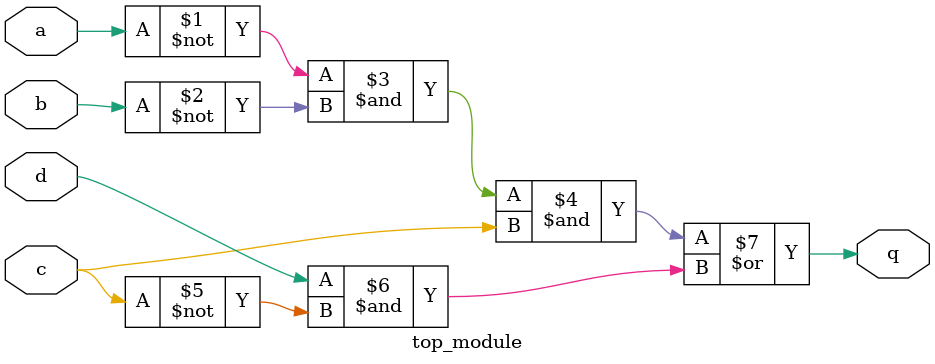
<source format=sv>
module top_module (
    input a, 
    input b, 
    input c, 
    input d,
    output q
);
    
    assign q = (~a & ~b & c) | (d & ~c);
    
endmodule

</source>
